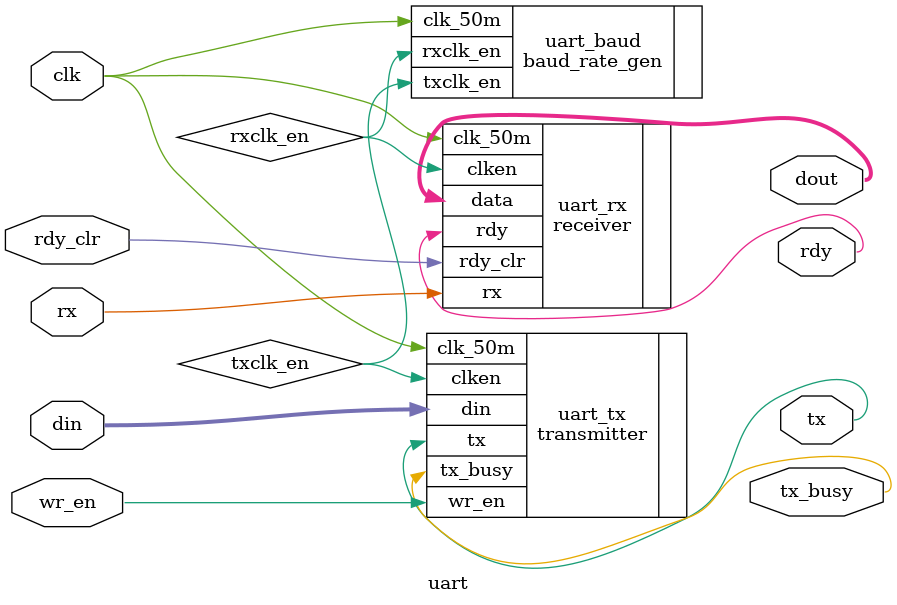
<source format=v>
module uart(input wire [7:0] din,
	    input wire wr_en,
	    input wire clk,
	    output wire tx,
	    output wire tx_busy,
	    input wire rx,
	    output wire rdy,
	    input wire rdy_clr,
	    output wire [7:0] dout);

wire rxclk_en;
wire txclk_en;

parameter CLK_SPEED = 50000000;

baud_rate_gen #(.CLOCK_SPEED(CLK_SPEED)) uart_baud(.clk_50m(clk),
			.rxclk_en(rxclk_en),
			.txclk_en(txclk_en));
transmitter uart_tx(.din(din),
		    .wr_en(wr_en),
		    .clk_50m(clk),
		    .clken(txclk_en),
		    .tx(tx),
		    .tx_busy(tx_busy));
receiver uart_rx(.rx(rx),
		 .rdy(rdy),
		 .rdy_clr(rdy_clr),
		 .clk_50m(clk),
		 .clken(rxclk_en),
		 .data(dout));

endmodule

</source>
